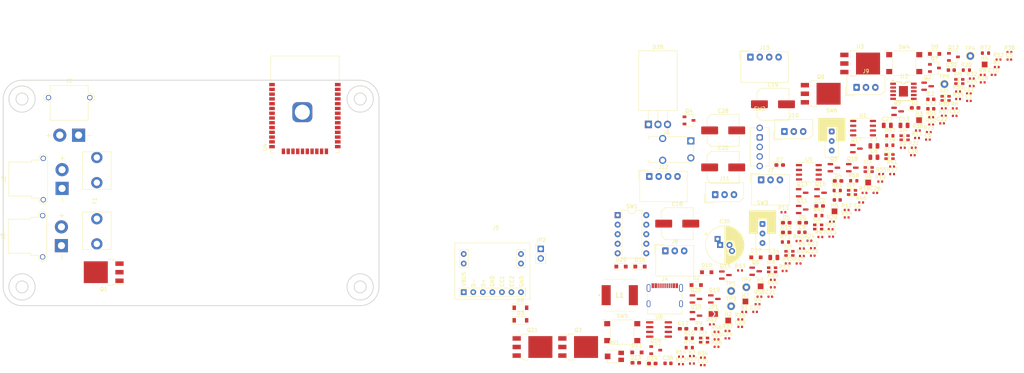
<source format=kicad_pcb>
(kicad_pcb (version 20211014) (generator pcbnew)
  (layers (0 "F.Cu" signal) (31 "B.Cu" signal) (34 "B.Paste" user) (35 "F.Paste" user) (36 "B.SilkS" user "B.Silkscreen") (37 "F.SilkS" user "F.Silkscreen") (38 "B.Mask" user) (39 "F.Mask" user) (44 "Edge.Cuts" user))
  (net 0 "")
  (net 1 "/S-S")
  (net 2 "Net-(C1-Pad2)")
  (net 3 "GND")
  (net 4 "Net-(C2-Pad2)")
  (net 5 "/5VBUS")
  (net 6 "VDD")
  (net 7 "+3.3V")
  (net 8 "Net-(C6-Pad1)")
  (net 9 "Net-(C7-Pad2)")
  (net 10 "Net-(C9-Pad2)")
  (net 11 "/5VSYS")
  (net 12 "Net-(C10-Pad2)")
  (net 13 "+5V")
  (net 14 "RESET")
  (net 15 "IO0")
  (net 16 "Net-(C27-Pad1)")
  (net 18 "Net-(C32-Pad2)")
  (net 19 "Net-(C34-Pad1)")
  (net 20 "Net-(C36-Pad2)")
  (net 21 "Net-(D1-Pad2)")
  (net 22 "Net-(D4-Pad2)")
  (net 23 "Net-(D5-Pad2)")
  (net 24 "Net-(D6-Pad2)")
  (net 25 "Net-(D7-Pad2)")
  (net 26 "Net-(D8-Pad1)")
  (net 27 "Net-(D8-Pad2)")
  (net 28 "Net-(D12-Pad2)")
  (net 29 "Net-(D13-Pad2)")
  (net 30 "Net-(D14-Pad2)")
  (net 31 "Net-(D15-Pad2)")
  (net 32 "Sensor0")
  (net 33 "Sensor1")
  (net 34 "Net-(D18-Pad1)")
  (net 35 "NeoPixel_H")
  (net 36 "Net-(D19-Pad1)")
  (net 37 "Net-(D19-Pad3)")
  (net 38 "Net-(D20-Pad1)")
  (net 39 "Net-(D21-Pad1)")
  (net 40 "Net-(D22-Pad1)")
  (net 41 "Net-(D23-Pad1)")
  (net 42 "Net-(D24-Pad1)")
  (net 43 "Net-(D25-Pad1)")
  (net 44 "Net-(D27-Pad1)")
  (net 45 "Net-(D28-Pad2)")
  (net 46 "Net-(F1-Pad1)")
  (net 47 "/12VBAT")
  (net 48 "Net-(H2-Pad1)")
  (net 49 "/CC1")
  (net 50 "/D+")
  (net 51 "/D-")
  (net 53 "/CC2")
  (net 55 "DAC_R")
  (net 56 "DAC_L")
  (net 57 "LEDTape0_H")
  (net 58 "LEDTape1_H")
  (net 59 "LEDTape2_H")
  (net 60 "RS485_A")
  (net 61 "RS485_B")
  (net 62 "Net-(JP2-Pad2)")
  (net 63 "主電源スイッチ")
  (net 64 "Net-(Q2-Pad3)")
  (net 65 "/5V_IND")
  (net 66 "Net-(Q11-Pad1)")
  (net 67 "Net-(Q8-Pad1)")
  (net 68 "Net-(Q10-Pad2)")
  (net 69 "Net-(Q10-Pad1)")
  (net 70 "BOOT")
  (net 71 "Net-(Q12-Pad3)")
  (net 72 "Net-(Q13-Pad1)")
  (net 73 "Net-(Q14-Pad1)")
  (net 74 "NeoPixel_L")
  (net 75 "Net-(Q17-Pad1)")
  (net 76 "Net-(Q17-Pad3)")
  (net 77 "LEDTape0_L")
  (net 78 "LEDTape1_L")
  (net 79 "LEDTape2_L")
  (net 80 "SHDN_overV")
  (net 81 "DIP_SW0")
  (net 82 "DIP_SW1")
  (net 83 "DIP_SW2")
  (net 84 "V_Measure")
  (net 85 "DIP_SW3")
  (net 86 "DIP_SW4")
  (net 87 "Slide_SW0")
  (net 88 "Slide_SW1")
  (net 89 "LED0")
  (net 90 "LED1")
  (net 91 "LED2")
  (net 92 "MonitorLED0")
  (net 93 "MainTX2_RS485RX")
  (net 94 "Net-(R68-Pad2)")
  (net 95 "Net-(R69-Pad2)")
  (net 96 "Vfb")
  (net 97 "V_Surv.")
  (net 101 "VCC")
  (net 106 "MainRX0_CH340TX")
  (net 107 "MainTX0_CH340RX")
  (net 127 "MainRX2_RS485TX")
  (footprint "TestPoint:TestPoint_Pad_1.5x1.5mm" (layer "F.Cu") (at 147.52 28.89)
    (fp_text reference "H7")
    (fp_text value "MountingHole_Pad")
  )
  (footprint "Resistor_SMD:R_0402_1005Metric" (layer "F.Cu") (at 170.53 7.66)
    (fp_text reference "R29")
    (fp_text value "1k")
  )
  (footprint "NeoPixel:WS2812C-2020-V1" (layer "F.Cu") (at 189.882 -14.698)
    (fp_text reference "D24")
    (fp_text value "WS2812C-2020-V1")
  )
  (footprint "Diode_SMD:D_SOD-323_HandSoldering" (layer "F.Cu") (at 114.42 19.6)
    (fp_text reference "D29")
    (fp_text value "1N5819WS")
  )
  (footprint "Resistor_SMD:R_0402_1005Metric" (layer "F.Cu") (at 146.09 20.62)
    (fp_text reference "R53")
    (fp_text value "10k")
  )
  (footprint "Resistor_SMD:R_0402_1005Metric" (layer "F.Cu") (at 139.83 36.97)
    (fp_text reference "R56")
    (fp_text value "2.2k")
  )
  (footprint "Toggle_Switch:3P_SPDT_5Pin_ToggleSwitch" (layer "F.Cu") (at 151.325 -12.245)
    (fp_text reference "SW2")
    (fp_text value "SW_SPDT")
  )
  (footprint "Resistor_SMD:R_0402_1005Metric" (layer "F.Cu") (at 170.2 9.65)
    (fp_text reference "R22")
    (fp_text value "1k")
  )
  (footprint "Capacitor_SMD:C_0402_1005Metric" (layer "F.Cu") (at 192.08 -10.05)
    (fp_text reference "C16")
    (fp_text value "0.1uF")
  )
  (footprint "TestPoint:TestPoint_THTPad_D2.0mm_Drill1.0mm" (layer "F.Cu") (at 143.72 30.15)
    (fp_text reference "TP3")
    (fp_text value "TestPoint")
  )
  (footprint "Package_TO_SOT_SMD:SOT-23W" (layer "F.Cu") (at 132.5 -19.31)
    (fp_text reference "Q4")
    (fp_text value "SSM3J332R")
  )
  (footprint "TestPoint:TestPoint_THTPad_D2.0mm_Drill1.0mm" (layer "F.Cu") (at 147.77 25.09)
    (fp_text reference "TP2")
    (fp_text value "TestPoint")
  )
  (footprint "Capacitor_SMD:C_0805_2012Metric" (layer "F.Cu") (at 181.72 -9.51)
    (fp_text reference "C8")
    (fp_text value "10uF")
  )
  (footprint "Capacitor_SMD:C_0402_1005Metric" (layer "F.Cu") (at 142.72 38.7)
    (fp_text reference "C24")
    (fp_text value "0.1uF")
  )
  (footprint "LED_SMD:LED_0603_1608Metric_Pad1.05x0.95mm_HandSolder" (layer "F.Cu") (at 122.735 45.39)
    (fp_text reference "D14")
    (fp_text value "Green")
  )
  (footprint "Capacitor_SMD:C_0805_2012Metric" (layer "F.Cu") (at 155.08 17.17)
    (fp_text reference "C34")
    (fp_text value "10uF")
  )
  (footprint "LED_SMD:LED_0603_1608Metric_Pad1.05x0.95mm_HandSolder" (layer "F.Cu") (at 156.645 -7.43)
    (fp_text reference "D7")
    (fp_text value "Yellow")
  )
  (footprint "TestPoint:TestPoint_Pad_1.5x1.5mm" (layer "F.Cu") (at 180.18 -2.78)
    (fp_text reference "H6")
    (fp_text value "MountingHole_Pad")
  )
  (footprint "Connector_Molex:Molex_SPOX_5268-04A_1x04_P2.50mm_Horizontal" (layer "F.Cu") (at 148.85 -36.15)
    (fp_text reference "J13")
    (fp_text value "Conn_01x04_Male")
  )
  (footprint "Resistor_SMD:R_0402_1005Metric" (layer "F.Cu") (at 139.83 40.95)
    (fp_text reference "R26")
    (fp_text value "10k")
  )
  (footprint "Resistor_SMD:R_0402_1005Metric" (layer "F.Cu") (at 130.37 45.56)
    (fp_text reference "R33")
    (fp_text value "1k")
  )
  (footprint "Resistor_SMD:R_0603_1608Metric" (layer "F.Cu") (at 185.95 -15.22)
    (fp_text reference "R67")
    (fp_text value "R_snub")
  )
  (footprint "Resistor_SMD:R_0402_1005Metric" (layer "F.Cu") (at 207.76 -30.44)
    (fp_text reference "R32")
    (fp_text value "510")
  )
  (footprint "Connector_Audio:Jack_3.5mm_Switronic_ST-005-G_horizontal" (layer "F.Cu") (at 126.5 -11.59)
    (fp_text reference "J6")
    (fp_text value "AudioJack3")
  )
  (footprint "Diode_SMD:D_SOD-323_HandSoldering" (layer "F.Cu") (at 197.88 -37)
    (fp_text reference "D9")
    (fp_text value "1N5819WS")
  )
  (footprint "Capacitor_SMD:C_0603_1608Metric" (layer "F.Cu") (at 126.91 45.35)
    (fp_text reference "C36")
    (fp_text value "C_snub")
  )
  (footprint "Package_TO_SOT_SMD:SOT-23W" (layer "F.Cu") (at 202.88 -36.21)
    (fp_text reference "Q12")
    (fp_text value "SSM3J332R")
  )
  (footprint "Resistor_SMD:R_0402_1005Metric" (layer "F.Cu") (at 130.37 43.57)
    (fp_text reference "R14")
    (fp_text value "5.1k")
  )
  (footprint "Package_TO_SOT_SMD:SOT-23" (layer "F.Cu") (at 196.02 -28.4)
    (fp_text reference "Q2")
    (fp_text value "BSS138")
  )
  (footprint "Resistor_SMD:R_0402_1005Metric" (layer "F.Cu") (at 157.63 5.13)
    (fp_text reference "R13")
    (fp_text value "10k")
  )
  (footprint "Resistor_SMD:R_0402_1005Metric" (layer "F.Cu") (at 196.96 -18.17)
    (fp_text reference "R50")
    (fp_text value "10k")
  )
  (footprint "Resistor_SMD:R_0402_1005Metric" (layer "F.Cu") (at 179.21 -0.01)
    (fp_text reference "R18")
    (fp_text value "1k")
  )
  (footprint "Capacitor_SMD:C_0402_1005Metric" (layer "F.Cu") (at 150.09 31.65)
    (fp_text reference "C14")
    (fp_text value "0.1uF")
  )
  (footprint "Package_SO:SOIC-8_3.9x4.9mm_P1.27mm" (layer "F.Cu") (at 124.53 36.34)
    (fp_text reference "U6")
    (fp_text value "MC34063AD")
  )
  (footprint "Capacitor_SMD:C_0603_1608Metric" (layer "F.Cu") (at 162.57 10.47)
    (fp_text reference "C9")
    (fp_text value "C_snub")
  )
  (footprint "Package_TO_SOT_SMD:SOT-23W" (layer "F.Cu") (at 123.65 41.83)
    (fp_text reference "Q14")
    (fp_text value "SSM3J332R")
  )
  (footprint "Connector_Molex:Molex_SPOX_5267-03A_1x03_P2.50mm_Vertical" (layer "F.Cu") (at 139.47 0.45)
    (fp_text reference "J11")
    (fp_text value "Conn_01x03_Male")
  )
  (footprint "Resistor_SMD:R_0603_1608Metric" (layer "F.Cu") (at 185.95 -12.71)
    (fp_text reference "R59")
    (fp_text value "10")
  )
  (footprint "Resistor_SMD:R_0402_1005Metric" (layer "F.Cu") (at 186.56 -7.01)
    (fp_text reference "R41")
    (fp_text value "10k")
  )
  (footprint "Connector_USB:USB_C_Receptacle_G-Switch_GT-USB-7010ASV" (layer "F.Cu") (at 126.07 28.41)
    (fp_text reference "J4")
    (fp_text value "USB_C_Receptacle_USB2.0")
  )
  (footprint "Capacitor_SMD:C_0603_1608Metric" (layer "F.Cu") (at 196.86 -22.41)
    (fp_text reference "C32")
    (fp_text value "C_snub")
  )
  (footprint "TestPoint:TestPoint_THTPad_D2.0mm_Drill1.0mm" (layer "F.Cu") (at 200.49 -28.97)
    (fp_text reference "TP5")
    (fp_text value "TestPoint")
  )
  (footprint "Button_Switch_SMD:SW_SPST_Omron_B3FS-100xP" (layer "F.Cu") (at 189.785 -34.55)
    (fp_text reference "SW4")
    (fp_text value "SW_SPST")
  )
  (footprint "Package_TO_SOT_SMD:SOT-23" (layer "F.Cu") (at 175.96 -6.72)
    (fp_text reference "Q18")
    (fp_text value "BSS138")
  )
  (footprint "LED_SMD:LED_0603_1608Metric_Pad1.05x0.95mm_HandSolder" (layer "F.Cu") (at 158.395 7.92)
    (fp_text reference "D5")
    (fp_text value "Red")
  )
  (footprint "Capacitor_SMD:C_0402_1005Metric" (layer "F.Cu") (at 207 -24.5)
    (fp_text reference "C1")
    (fp_text value "1uF")
  )
  (footprint "Resistor_SMD:R_0402_1005Metric" (layer "F.Cu") (at 146.16 33.65)
    (fp_text reference "R16")
    (fp_text value "10k")
  )
  (footprint "Resistor_SMD:R_0402_1005Metric" (layer "F.Cu") (at 214.87 -35.49)
    (fp_text reference "R52")
    (fp_text value "10k")
  )
  (footprint "Capacitor_SMD:C_0402_1005Metric" (layer "F.Cu") (at 154.14 27.6)
    (fp_text reference "C21")
    (fp_text value "0.1uF")
  )
  (footprint "Package_TO_SOT_SMD:TO-252-3_TabPin2" (layer "F.Cu") (at 178.05 -34.45)
    (fp_text reference "U3")
    (fp_text value "AZ1084CD-3.3")
  )
  (footprint "Package_SO:SOP-8_3.9x4.9mm_P1.27mm" (layer "F.Cu") (at 164.4 -5.5)
    (fp_text reference "U5")
    (fp_text value "MAX3485")
  )
  (footprint "Resistor_SMD:R_0402_1005Metric" (layer "F.Cu") (at 196.32 -16.18)
    (fp_text reference "R73")
    (fp_text value "5.1k")
  )
  (footprint "Slide_Switch:3P_SPDT_SlideSwitch" (layer "F.Cu") (at 170.491 -13.819)
    (fp_text reference "SW6")
    (fp_text value "SW_SPDT")
  )
  (footprint "Package_TO_SOT_SMD:SOT-23" (layer "F.Cu") (at 162.62 4.4)
    (fp_text reference "Q11")
    (fp_text value "S8050")
  )
  (footprint "Package_SO:SOP-8_3.9x4.9mm_P1.27mm" (layer "F.Cu") (at 178.83 -17.25)
    (fp_text reference "U1")
    (fp_text value "M51957B")
  )
  (footprint "Resistor_SMD:R_0402_1005Metric" (layer "F.Cu") (at 150.75 29.6)
    (fp_text reference "R4")
    (fp_text value "10k")
  )
  (footprint "Resistor_SMD:R_0402_1005Metric" (layer "F.Cu") (at 147.2 31.66)
    (fp_text reference "R1")
    (fp_text value "1k")
  )
  (footprint "Diode_SMD:D_SOD-123" (layer "F.Cu") (at 87.65 30.55)
    (fp_text reference "D8")
    (fp_text value "SS2040FL")
  )
  (footprint "Resistor_SMD:R_0402_1005Metric" (layer "F.Cu") (at 183.41 -3.03)
    (fp_text reference "R19")
    (fp_text value "1k")
  )
  (footprint "Capacitor_SMD:C_0603_1608Metric_Pad1.08x0.95mm_HandSolder" (layer "F.Cu") (at 130.93 36.14)
    (fp_text reference "C17")
    (fp_text value "C")
  )
  (footprint "Resistor_SMD:R_0402_1005Metric" (layer "F.Cu") (at 162.55 14.79)
    (fp_text reference "R5")
    (fp_text value "10k")
  )
  (footprint "Capacitor_SMD:C_Elec_8x10.2" (layer "F.Cu") (at 129.37 8.16)
    (fp_text reference "C18")
    (fp_text value "470uF")
  )
  (footprint "Diode_SMD:D_SOD-323_HandSoldering" (layer "F.Cu") (at 119.47 19.6)
    (fp_text reference "D16")
    (fp_text value "1N5819WS")
  )
  (footprint "Resistor_SMD:R_0402_1005Metric" (layer "F.Cu") (at 151.25 27.61)
    (fp_text reference "R58")
    (fp_text value "120")
  )
  (footprint "Capacitor_SMD:C_0402_1005Metric" (layer "F.Cu") (at 199.85 -18.53)
    (fp_text reference "C22")
    (fp_text value "0.1uF")
  )
  (footprint "Resistor_SMD:R_0402_1005Metric" (layer "F.Cu") (at 142.74 36.72)
    (fp_text reference "R27")
    (fp_text value "1k")
  )
  (footprint "Capacitor_SMD:C_0402_1005Metric" (layer "F.Cu") (at 207 -26.47)
    (fp_text reference "C11")
    (fp_text value "1uF")
  )
  (footprint "Resistor_SMD:R_0402_1005Metric" (layer "F.Cu") (at 178.33 2.54)
    (fp_text reference "R46")
    (fp_text value "10k")
  )
  (footprint "Resistor_SMD:R_0603_1608Metric" (layer "F.Cu") (at 206.32 -32.69)
    (fp_text reference "R20")
    (fp_text value "R_snub")
  )
  (footprint "NeoPixel:WS2812C-2020-V1" (layer "F.Cu") (at 180.332 -6.228)
    (fp_text reference "D21")
    (fp_text value "WS2812C-2020-V1")
  )
  (footprint "CH340:CH340K" (layer "F.Cu") (at 190.075 -26.557)
    (fp_text reference "U2")
    (fp_text value "CH340K")
  )
  (footprint "Resistor_SMD:R_0402_1005Metric" (layer "F.Cu") (at 204.11 -26.99)
    (fp_text reference "R60")
    (fp_text value "10k")
  )
  (footprint "TestPoint:TestPoint_Pad_1.5x1.5mm" (layer "F.Cu") (at 171.23 4.89)
    (fp_text reference "H5")
    (fp_text value "MountingHole_Pad")
  )
  (footprint "Resistor_SMD:R_0402_1005Metric" (layer "F.Cu") (at 136.19 43.83)
    (fp_text reference "R34")
    (fp_text value "10k")
  )
  (footprint "Package_TO_SOT_SMD:SOT-23W" (layer "F.Cu") (at 197.83 -33.26)
    (fp_text reference "Q7")
    (fp_text value "SSM3J332R")
  )
  (footprint "Diode_SMD:D_SOD-323_HandSoldering" (layer "F.Cu") (at 137.22 21.1)
    (fp_text reference "D10")
    (fp_text value "D_Zener")
  )
  (footprint "Capacitor_SMD:C_0402_1005Metric" (layer "F.Cu") (at 182.1 -0.02)
    (fp_text reference "C26")
    (fp_text value "0.1uF")
  )
  (footprint "Resistor_SMD:R_0402_1005Metric" (layer "F.Cu") (at 196.96 -20.16)
    (fp_text reference "R51")
    (fp_text value "10k")
  )
  (footprint "Jumper:SolderJumper-2_P1.3mm_Open_TrianglePad1.0x1.5mm" (layer "F.Cu") (at 138.98 32.21)
    (fp_text reference "JP1")
    (fp_text value "Jumper_2_Open")
  )
  (footprint "Diode_SMD:D_SOD-323_HandSoldering" (layer "F.Cu") (at 118.65 42.44)
    (fp_text reference "D11")
    (fp_text value "1N5819WS")
  )
  (footprint "Resistor_SMD:R_0603_1608Metric" (layer "F.Cu") (at 135.11 36.14)
    (fp_text reference "R9")
    (fp_text value "33k")
  )
  (footprint "Connector_Molex:Molex_SPOX_5268-04A_1x04_P2.50mm_Horizontal" (layer "F.Cu") (at 121.95 -4.39)
    (fp_text reference "J12")
    (fp_text value "Conn_01x04_Male")
  )
  (footprint "Resistor_SMD:R_0402_1005Metric" (layer "F.Cu") (at 161.64 12.8)
    (fp_text reference "R40")
    (fp_text value "10k")
  )
  (footprint "Capacitor_SMD:C_Elec_8x10.2" (layer "F.Cu") (at 141.6 -16.65)
    (fp_text reference "C28")
    (fp_text value "470uF")
  )
  (footprint "Capacitor_SMD:C_0603_1608Metric" (layer "F.Cu") (at 196.86 -24.92)
    (fp_text reference "C2")
    (fp_text value "4700pF")
  )
  (footprint "NeoPixel:WS2812C-2020-V1" (layer "F.Cu") (at 154.622 20.452)
    (fp_text reference "D18")
    (fp_text value "WS2812C-2020-V1")
  )
  (footprint "Package_TO_SOT_SMD:SOT-23" (layer "F.Cu") (at 188.02 -21.71)
    (fp_text reference "Q9")
    (fp_text value "BSS138")
  )
  (footprint "Inductor_Power:ETQ-P4M_KVK" (layer "F.Cu") (at 114.0795 27.2)
    (fp_text reference "L1")
    (fp_text value "2.2uH" hide)
  )
  (footprint "Package_TO_SOT_SMD:SOT-23" (layer "F.Cu") (at 162.62 -0.05)
    (fp_text reference "Q13")
    (fp_text value "S8050")
  )
  (footprint "Capacitor_SMD:C_0805_2012Metric" (layer "F.Cu") (at 181.72 -12.52)
    (fp_text reference "C3")
    (fp_text value "10uF")
  )
  (footprint "Resistor_SMD:R_0603_1608Metric" (layer "F.Cu") (at 176.35 -3.24)
    (fp_text reference "R68")
    (fp_text value "1.5k")
  )
  (footprint "Resistor_SMD:R_0402_1005Metric" (layer "F.Cu") (at 138.57 34.98)
    (fp_text reference "R42")
    (fp_text value "1k")
  )
  (footprint "Resistor_SMD:R_0603_1608Metric" (layer "F.Cu") (at 211.41 -37.22)
    (fp_text reference "R72")
    (fp_text value "2k")
  )
  (footprint "NeoPixel:WS2812C-2020-V1" (layer "F.Cu") (at 166.882 9.052)
    (fp_text reference "D26")
    (fp_text value "WS2812C-2020-V1")
  )
  (footprint "Package_TO_SOT_SMD:TO-252-3_TabPin2" (layer "F.Cu") (at 103 41)
    (fp_text reference "Q3")
    (fp_text value "MTP4835I3")
  )
  (footprint "Connector_Molex:Molex_SPOX_5267-03A_1x03_P2.50mm_Vertical" (layer "F.Cu") (at 157.9 -16.35)
    (fp_text reference "J10")
    (fp_text value "Conn_01x03_Male")
  )
  (footprint "TestPoint:TestPoint_Pad_1.5x1.5mm" (layer "F.Cu") (at 142.93 33.95)
    (fp_text reference "H2")
    (fp_text value "MountingHole_Pad")
  )
  (footprint "Capacitor_SMD:C_0603_1608Metric" (layer "F.Cu") (at 171.96 1.86)
    (fp_text reference "C7")
    (fp_text value "ADJ_ST")
  )
  (footprint "Capacitor_SMD:C_Elec_8x10.2" (layer "F.Cu") (at 141.6 -6.8)
    (fp_text reference "C20")
    (fp_text value "470uF")
  )
  (footprint "Resistor_SMD:R_0402_1005Metric" (layer "F.Cu") (at 183.65 -5.02)
    (fp_text reference "R55")
    (fp_text value "10k")
  )
  (footprint "Capacitor_THT:CP_Radial_D10.0mm_P2.50mm_P5.00mm" (layer "F.Cu") (at 140.784646 13.85)
    (fp_text reference "C35")
    (fp_text value "470uF")
  )
  (footprint "Capacitor_SMD:C_0402_1005Metric" (layer "F.Cu") (at 136.17 45.81)
    (fp_text reference "C25")
    (fp_text value "0.1uF")
  )
  (footprint "Resistor_SMD:R_0402_1005Metric" (layer "F.Cu") (at 158.76 18.76)
    (fp_text reference "R43")
    (fp_text value "1k")
  )
  (footprint "Resistor_SMD:R_0402_1005Metric" (layer "F.Cu") (at 193.2 -14.62)
    (fp_text reference "R11")
    (fp_text value "10k")
  )
  (footprint "Resistor_SMD:R_0402_1005Metric" (layer "F.Cu") (at 139.83 38.96)
    (fp_text reference "R69")
    (fp_text value "10k")
  )
  (footprint "LED_SMD:LED_0603_1608Metric_Pad1.05x0.95mm_HandSolder" (layer "F.Cu") (at 192.685 -22.64)
    (fp_text reference "D1")
    (fp_text value "LED")
  )
  (footprint "Capacitor_SMD:C_0402_1005Metric" (layer "F.Cu") (at 196.09 -14.2)
    (fp_text reference "C6")
    (fp_text value "0.1uF")
  )
  (footprint "TestPoint:TestPoint_Pad_1.5x1.5mm" (layer "F.Cu") (at 211.18 -34.19)
    (fp_text reference "H4")
    (fp_text value "MountingHole_Pad")
  )
  (footprint "Capacitor_SMD:C_0805_2012Metric" (layer "F.Cu") (at 185.28 -17.98)
    (fp_text reference "C27")
    (fp_text value "10uF")
  )
  (footprint "Package_TO_SOT_SMD:TO-252-3_TabPin2" (layer "F.Cu") (at -23.26 21.09 180)
    (fp_text reference "Q1")
    (fp_text value "MTP4835I3")
  )
  (footprint "Slide_Switch:3P_SPDT_SlideSwitch" (layer "F.Cu") (at 152.061 10.791)
    (fp_text reference "SW3")
    (fp_text value "SW_SPDT")
  )
  (footprint "Capacitor_SMD:C_0402_1005Metric" (layer "F.Cu") (at 177.35 4.52)
    (fp_text reference "C4")
    (fp_text value "0.1uF")
  )
  (footprint "Diode_SMD:D_SOD-323_HandSoldering" (layer "F.Cu") (at 150.33 17.14)
    (fp_text reference "D17")
    (fp_text value "1N5819WS")
  )
  (footprint "NeoPixel:WS2812C-2020-V1" (layer "F.Cu") (at 200.792 -25.168)
    (fp_text reference "D22")
    (fp_text value "WS2812C-2020-V1")
  )
  (footprint "Connector_Molex:Molex_SPOX_5267-03A_1x03_P2.50mm_Vertical" (layer "F.Cu") (at 177.1 -28.1)
    (fp_text reference "J9")
    (fp_text value "Conn_01x03_Male")
  )
  (footprint "NeoPixel:WS2812C-2020-V1" (layer "F.Cu") (at 136.512 39.172)
    (fp_text reference "D23")
    (fp_text value "WS2812C-2020-V1")
  )
  (footprint "Resistor_SMD:R_0603_1608Metric" (layer "F.Cu") (at 132.58 38.65)
    (fp_text reference "R10")
    (fp_text value "10k")
  )
  (footprint "Connector_AMASS:AMASS_XT30PW-M_1x02_P2.50mm_Horizontal" (layer "F.Cu") (at -29.95 -15.375)
    (fp_text reference "J1")
    (fp_text value "Conn_01x02_Male")
  )
  (footprint "Resistor_SMD:R_0603_1608Metric" (layer "F.Cu") (at 167.07 6.02)
    (fp_text reference "R48")
    (fp_text value "7.5k")
  )
  (footprint "Fuse:FUC_03A" (layer "F.Cu") (at -25.09 2.06 90)
    (fp_text reference "F1")
    (fp_text value "Fuse")
  )
  (footprint "LED_SMD:LED_0603_1608Metric_Pad1.05x0.95mm_HandSolder" (layer "F.Cu") (at 167.285 3.47)
    (fp_text reference "D12")
    (fp_text value "Green")
  )
  (footprint "Resistor_SMD:R_0402_1005Metric" (layer "F.Cu") (at 133.28 43.41)
    (fp_text reference "R3")
    (fp_text value "100k")
  )
  (footprint "Capacitor_SMD:C_0603_1608Metric" (layer "F.Cu") (at 202.31 -32.69)
    (fp_text reference "C30")
    (fp_text value "100pF")
  )
  (footprint "Resistor_SMD:R_0402_1005Metric" (layer "F.Cu") (at 204.11 -25)
    (fp_text reference "R35")
    (fp_text value "100k")
  )
  (footprint "Resistor_SMD:R_0402_1005Metric" (layer "F.Cu") (at 192.32 -12.03)
    (fp_text reference "R21")
    (fp_text value "10k")
  )
  (footprint "USB_DIP:USB_C(simple)" (layer "F.Cu") (at 70.175 13.315)
    (fp_text reference "J5")
    (fp_text value "USB_C_Receptacle_USB2.0")
  )
  (footprint "Package_DIP:DIP-10_W7.62mm" (layer "F.Cu") (at 113.52 5.9)
    (fp_text reference "SW1")
    (fp_text value "SW_DIP_x05")
  )
  (footprint "Resistor_SMD:R_0402_1005Metric" (layer "F.Cu") (at 186.56 -5.02)
    (fp_text reference "R37")
    (fp_text value "10k")
  )
  (footprint "Connector_AMASS:AMASS_XT30PW-F_1x02_P2.50mm_Horizontal" (layer "F.Cu") (at -34.51 14.02 90)
    (fp_text reference "J3")
    (fp_text value "Conn_01x02_Female")
  )
  (footprint "Package_TO_SOT_SMD:TO-252-3_TabPin2" (layer "F.Cu") (at 167.55 -26.4)
    (fp_text reference "Q8")
    (fp_text value "MTP4835I3")
  )
  (footprint "Resistor_SMD:R_0402_1005Metric" (layer "F.Cu") (at 161.67 18.77)
    (fp_text reference "R45")
    (fp_text value "1k")
  )
  (footprint "NeoPixel:WS2812C-2020-V1" (layer "F.Cu") (at 175.892 -0.128)
    (fp_text reference "D19")
    (fp_text value "WS2812C-2020-V1")
  )
  (footprint "Package_TO_SOT_THT:TO-220-3_Horizontal_TabDown" (layer "F.Cu") (at 121.71 -18.24)
    (fp_text reference "D28")
    (fp_text value "CBD20150VCT")
  )
  (footprint "Package_TO_SOT_SMD:SOT-23" (layer "F.Cu") (at 134.36 28.21)
    (fp_text reference "Q20")
    (fp_text value "BSS138")
  )
  (footprint "Resistor_SMD:R_0603_1608Metric" (layer "F.Cu") (at 158.18 13.06)
    (fp_text reference "R71")
    (fp_text value "7.5k")
  )
  (footprint "Package_TO_SOT_SMD:SOT-23" (layer "F.Cu") (at 171.07 -6.72)
    (fp_text reference "Q5")
    (fp_text value "2SC3265")
  )
  (footprint "Diode_SMD:D_SOD-323_HandSoldering" (layer "F.Cu") (at 134.44 24.51)
    (fp_text reference "D2")
    (fp_text value "1N5819WS")
  )
  (footprint "Resistor_SMD:R_0402_1005Metric" (layer "F.Cu") (at 154.8 25.11)
    (fp_text reference "R44")
    (fp_text value "1k")
  )
  (footprint "Connector_Molex:Molex_SPOX_5268-03A_1x03_P2.50mm_Horizontal" (layer "F.Cu") (at 126.22 15.41)
    (fp_text reference "J8")
    (fp_text value "Conn_01x03_Male")
  )
  (footprint "Connector_PinHeader_2.54mm:PinHeader_1x02_P2.54mm_Vertical" (layer "F.Cu") (at 93.06 14.89)
    (fp_text reference "JP2")
    (fp_text value "Jumper_2_Open")
  )
  (footprint "Capacitor_SMD:C_0402_1005Metric" (layer "F.Cu") (at 165.44 16.69)
    (fp_text reference "C23")
    (fp_text value "0.1uF")
  )
  (footprint "TestPoint:TestPoint_Pad_1.5x1.5mm" (layer "F.Cu") (at 151.57 24.84)
    (fp_text reference "H1")
    (fp_text value "MountingHole_Pad")
  )
  (footprint "Connector_AMASS:AMASS_XT30PW-F_1x02_P2.50mm_Horizontal" (layer "F.Cu") (at -34.34 -1.2 90)
    (fp_text reference "J2")
    (fp_text value "Conn_01x02_Female")
  )
  (footprint "Resistor_SMD:R_0402_1005Metric" (layer "F.Cu") (at 167.46 11.72)
    (fp_text reference "R47")
    (fp_text value "10k")
  )
  (footprint "Package_TO_SOT_SMD:SOT-23" (layer "F.Cu") (at 167.51 -0.05)
    (fp_text reference "Q16")
    (fp_text value "BSS138")
  )
  (footprint "Resistor_SMD:R_0402_1005Metric" (layer "F.Cu") (at 174.46 6.52)
    (fp_text reference "R54")
    (fp_text value "10k")
  )
  (footprint "Capacitor_SMD:C_0402_1005Metric" (layer "F.Cu") (at 146.14 35.63)
    (fp_text reference "C29")
    (fp_text value "0.1uF")
  )
  (footprint "Resistor_SMD:R_0402_1005Metric" (layer "F.Cu") (at 154.8 23.12)
    (fp_text reference "R39")
    (fp_text value "10k")
  )
  (footprint "Package_TO_SOT_SMD:TO-252-3_TabPin2" (layer "F.Cu") (at 90.85 41)
    (fp_text reference "Q21")
    (fp_text value "MTP4835I3")
  )
  (footprint "Package_TO_SOT_SMD:SOT-23" (layer "F.Cu") (at 134.36 32.66)
    (fp_text reference "Q10")
    (fp_text value "BSS138")
  )
  (footprint "Capacitor_SMD:C_0402_1005Metric" (layer "F.Cu") (at 170.35 11.63)
    (fp_text reference "C15")
    (fp_text value "0.1uF")
  )
  (footprint "Capacitor_SMD:C_Elec_8x10.2" (layer "F.Cu") (at 154.85 -23.6)
    (fp_text reference "C19")
    (fp_text value "470uF")
  )
  (footprint "Resistor_SMD:R_0402_1005Metric" (layer "F.Cu") (at 214.41 -33.5)
    (fp_text reference "R7")
    (fp_text value "10k")
  )
  (footprint "Resistor_SMD:R_0402_1005Metric" (layer "F.Cu") (at 193.41 -16.61)
    (fp_text reference "R36")
    (fp_text value "10k")
  )
  (footprint "TestPoint:TestPoint_Pad_1.5x1.5mm" (layer "F.Cu") (at 193.73 -19.38)
    (fp_text reference "H3")
    (fp_text value "MountingHole_Pad")
  )
  (footprint "Capacitor_SMD:C_0402_1005Metric" (layer "F.Cu") (at 217.76 -35.5)
    (fp_text reference "C5")
    (fp_text value "0.1uF")
  )
  (footprint "LED_SMD:LED_0603_1608Metric_Pad1.05x0.95mm_HandSolder" (layer "F.Cu") (at 172.175 -3.2)
    (fp_text reference "D4")
    (fp_text value "Red")
  )
  (footprint "Potentiometer:PVZ3A" (layer "F.Cu") (at 112.6 43.49)
    (fp_text reference "RV1")
    (fp_text value "470")
  )
  (footprint "NeoPixel:WS2812C-2020-V1" (layer "F.Cu") (at 185.872 -9.678)
    (fp_text reference "D27")
    (fp_text value "WS2812C-2020-V1")
  )
  (footprint "NeoPixel:WS2812C-2020-V1" (layer "F.Cu") (at 159.232 16.092)
    (fp_text reference "D25")
    (fp_text value "WS2812C-2020-V1")
  )
  (footprint "Resistor_SMD:R_0402_1005Metric" (layer "F.Cu") (at 200.32 -22.5)
    (fp_text reference "R30")
    (fp_text value "10k")
  )
  (footprint "NeoPixel:WS2812C-2020-V1" (layer "F.Cu") (at 204.442 -29.658)
    (fp_text reference "D20")
    (fp_text value "WS2812C-2020-V1")
  )
  (footprint "Package_TO_SOT_SMD:SOT-23" (layer "F.Cu") (at 142.19 21.85)
    (fp_text reference "Q15")
    (fp_text value "S8050")
  )
  (footprint "Capacitor_SMD:C_0402_1005Metric" (layer "F.Cu") (at 213.56 -31.43)
    (fp_text reference "C10")
    (fp_text value "1uF")
  )
  (footprint "Capacitor_SMD:C_0805_2012Metric" (layer "F.Cu") (at 189.73 -17.98)
    (fp_text reference "C13")
    (fp_text value "22uF")
  )
  (footprint "LED_SMD:LED_0603_1608Metric_Pad1.05x0.95mm_HandSolder" (layer "F.Cu") (at 118.345 45.21)
    (fp_text reference "D13")
    (fp_text value "Green")
  )
  (footprint "Resistor_SMD:R_0402_1005Metric" (layer "F.Cu") (at 133.28 45.4)
    (fp_text reference "R17")
    (fp_text value "10k")
  )
  (footprint "Package_TO_SOT_SMD:SOT-23" (layer "F.Cu") (at 177.05 -11.8)
    (fp_text reference "Q17")
    (fp_text value "S8050")
  )
  (footprint "TestPoint:TestPoint_THTPad_D2.0mm_Drill1.0mm" (layer "F.Cu") (at 143.72 26.1)
    (fp_text reference "TP1")
    (fp_text value "TestPoint")
  )
  (footprint "Resistor_SMD:R_0402_1005Metric" (layer "F.Cu") (at 165.46 14.71)
    (fp_text reference "R23")
    (fp_text value "1k")
  )
  (footprint "Resistor_SMD:R_0402_1005Metric" (layer "F.Cu") (at 189.41 -12.03)
    (fp_text reference "R2")
    (fp_text value "10k")
  )
  (footprint "Resistor_SMD:R_0402_1005Metric" (layer "F.Cu") (at 210.67 -31.42)
    (fp_text reference "R8")
    (fp_text value "10k")
  )
  (footprint "Resistor_SMD:R_0603_1608Metric" (layer "F.Cu") (at 171.96 -0.65)
    (fp_text reference "R61")
    (fp_text value "R_snub")
  )
  (footprint "Connector_Molex:Molex_SPOX_5268-03A_1x03_P2.50mm_Horizontal" (layer "F.Cu") (at 151.7 -3.49)
    (fp_text reference "J7")
    (fp_text value "Conn_01x03_Male")
  )
  (footprint "LED_SMD:LED_0603_1608Metric_Pad1.05x0.95mm_HandSolder" (layer "F.Cu") (at 162.785 7.92)
    (fp_text reference "D6")
    (fp_text value "Red")
  )
  (footprint "Resistor_SMD:R_0402_1005Metric" (layer "F.Cu") (at 210.67 -29.43)
    (fp_text reference "R28")
    (fp_text value "10k")
  )
  (footprint "Resistor_SMD:R_0402_1005Metric" (layer "F.Cu") (at 217.78 -37.48)
    (fp_text reference "R38")
    (fp_text value "10k")
  )
  (footprint "Resistor_SMD:R_0402_1005Metric" (layer "F.Cu") (at 164.55 12.72)
    (fp_text reference "R24")
    (fp_text value "10k")
  )
  (footprint "Package_TO_SOT_SMD:SOT-23" (layer "F.Cu") (at 139.25 28.21)
    (fp_text reference "Q19")
    (fp_text value "BSS138")
  )
  (footprint "ESP32:ESP32-WROOM-32" (layer "F.Cu") (at 30.28 -20.585)
    (fp_text reference "U4")
    (fp_text value "ESP32-WROOM-32")
  )
  (footprint "Resistor_SMD:R_0402_1005Metric" (layer "F.Cu") (at 200.32 -20.51)
    (fp_text reference "R57")
    (fp_text value "2.2k")
  )
  (footprint "Resistor_SMD:R_0402_1005Metric" (layer "F.Cu") (at 157.94 20.75)
    (fp_text reference "R15")
    (fp_text value "5.1k")
  )
  (footprint "Package_TO_SOT_SMD:SOT-23" (layer "F.Cu") (at 150.25 20.84)
    (fp_text reference "Q6")
    (fp_text value "S8050")
  )
  (footprint "Resistor_SMD:R_0402_1005Metric" (layer "F.Cu") (at 162.55 16.78)
    (fp_text reference "R49")
    (fp_text value "20k")
  )
  (footprint "Resistor_SMD:R_0603_1608Metric" (layer "F.Cu") (at 132.58 41.16)
    (fp_text reference "R70")
    (fp_text value "5.1k")
  )
  (footprint "Resistor_SMD:R_0402_1005Metric" (layer "F.Cu") (at 174.46 4.53)
    (fp_text reference "R12")
    (fp_text value "10k")
  )
  (footprint "Capacitor_SMD:C_0402_1005Metric" (layer "F.Cu") (at 203.21 -20.52)
    (fp_text reference "C12")
    (fp_text value "1uF")
  )
  (footprint "Button_Switch_SMD:SW_SPST_Omron_B3FS-100xP" (layer "F.Cu") (at 114.735 37.04)
    (fp_text reference "SW5")
    (fp_text value "SW_SPST")
  )
  (footprint "LED_SMD:LED_0603_1608Metric_Pad1.05x0.95mm_HandSolder" (layer "F.Cu") (at 158.395 10.51)
    (fp_text reference "D15")
    (fp_text value "Green")
  )
  (footprint "Resistor_SMD:R_0402_1005Metric" (layer "F.Cu") (at 207.76 -28.45)
    (fp_text reference "R25")
    (fp_text value "10k")
  )
  (footprint "Resistor_SMD:R_0402_1005Metric" (layer "F.Cu") (at 203.23 -22.5)
    (fp_text reference "R6")
    (fp_text value "10k")
  )
  (footprint "Diode_SMD:D_SOD-123" (layer "F.Cu") (at 87.65 33.9)
    (fp_text reference "D3")
    (fp_text value "SS2040FL")
  )
  (footprint "TestPoint:TestPoint_THTPad_D2.0mm_Drill1.0mm" (layer "F.Cu") (at 207.38 -36.45)
    (fp_text reference "TP4")
    (fp_text value "TestPoint")
  )
  (gr_circle (center 45 -25) (end 48.5 -25) (layer "Edge.Cuts") (width 0.2) (fill none))
  (gr_arc (start -50 -25) (mid -48.535534 -28.535534) (end -45 -30) (layer "Edge.Cuts") (width 0.2))
  (gr_circle (center 45 -25) (end 46.6 -25) (layer "Edge.Cuts") (width 0.2) (fill none))
  (gr_circle (center 45 25) (end 48.5 25) (layer "Edge.Cuts") (width 0.2) (fill none))
  (gr_line (start 45 -30) (end -45 -30) (layer "Edge.Cuts") (width 0.2))
  (gr_line (start -45 30) (end 45 30) (layer "Edge.Cuts") (width 0.2))
  (gr_line (start 50 25) (end 50 -25) (layer "Edge.Cuts") (width 0.2))
  (gr_circle (center -45 25) (end -41.5 25) (layer "Edge.Cuts") (width 0.2) (fill none))
  (gr_arc (start 45 -30) (mid 48.535534 -28.535534) (end 50 -25) (layer "Edge.Cuts") (width 0.2))
  (gr_arc (start 50 25) (mid 48.535534 28.535534) (end 45 30) (layer "Edge.Cuts") (width 0.2))
  (gr_circle (center -45 -25) (end -43.4 -25) (layer "Edge.Cuts") (width 0.2) (fill none))
  (gr_line (start -50 -25) (end -50 25) (layer "Edge.Cuts") (width 0.2))
  (gr_circle (center -45 25) (end -43.4 25) (layer "Edge.Cuts") (width 0.2) (fill none))
  (gr_circle (center 45 25) (end 46.6 25) (layer "Edge.Cuts") (width 0.2) (fill none))
  (gr_circle (center -45 -25) (end -41.5 -25) (layer "Edge.Cuts") (width 0.2) (fill none))
  (gr_arc (start -45 30) (mid -48.535534 28.535534) (end -50 25) (layer "Edge.Cuts") (width 0.2))
)
</source>
